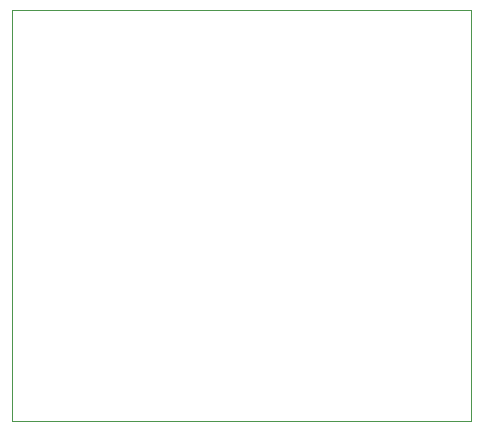
<source format=gm1>
G04 #@! TF.GenerationSoftware,KiCad,Pcbnew,8.0.8*
G04 #@! TF.CreationDate,2025-03-21T12:20:43+00:00*
G04 #@! TF.ProjectId,RFM95W-pcb01,52464d39-3557-42d7-9063-6230312e6b69,rev?*
G04 #@! TF.SameCoordinates,Original*
G04 #@! TF.FileFunction,Profile,NP*
%FSLAX46Y46*%
G04 Gerber Fmt 4.6, Leading zero omitted, Abs format (unit mm)*
G04 Created by KiCad (PCBNEW 8.0.8) date 2025-03-21 12:20:43*
%MOMM*%
%LPD*%
G01*
G04 APERTURE LIST*
G04 #@! TA.AperFunction,Profile*
%ADD10C,0.050000*%
G04 #@! TD*
G04 APERTURE END LIST*
D10*
X175768000Y-59944000D02*
X175514000Y-59944000D01*
X175768000Y-25146000D02*
X175768000Y-59944000D01*
X175514000Y-25146000D02*
X175768000Y-25146000D01*
X136906000Y-59944000D02*
X136906000Y-25146000D01*
X175514000Y-59944000D02*
X136906000Y-59944000D01*
X136906000Y-25146000D02*
X175514000Y-25146000D01*
M02*

</source>
